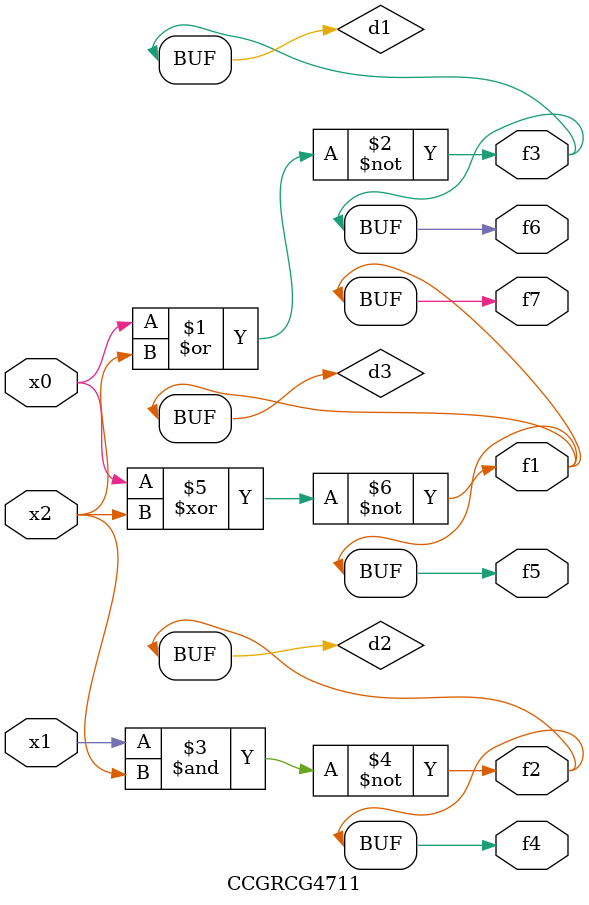
<source format=v>
module CCGRCG4711(
	input x0, x1, x2,
	output f1, f2, f3, f4, f5, f6, f7
);

	wire d1, d2, d3;

	nor (d1, x0, x2);
	nand (d2, x1, x2);
	xnor (d3, x0, x2);
	assign f1 = d3;
	assign f2 = d2;
	assign f3 = d1;
	assign f4 = d2;
	assign f5 = d3;
	assign f6 = d1;
	assign f7 = d3;
endmodule

</source>
